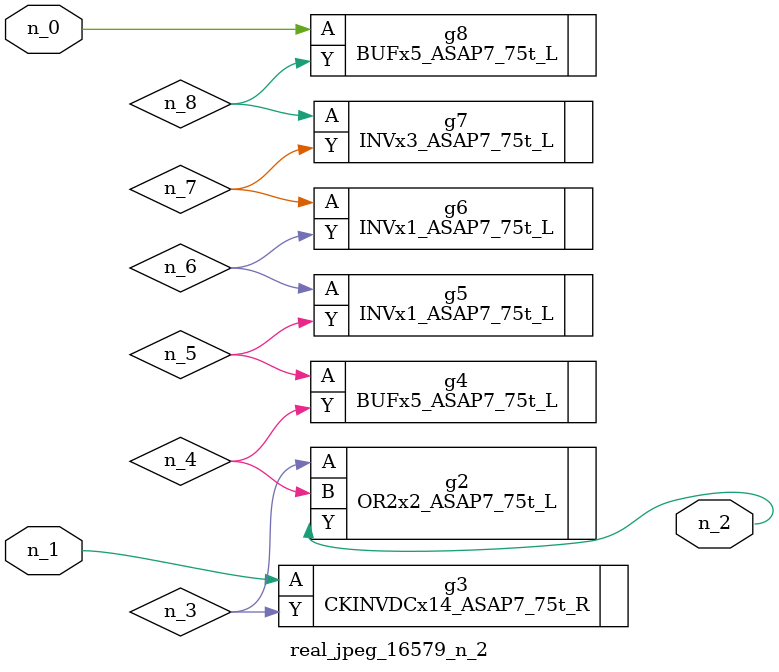
<source format=v>
module real_jpeg_16579_n_2 (n_1, n_0, n_2);

input n_1;
input n_0;

output n_2;

wire n_5;
wire n_4;
wire n_8;
wire n_6;
wire n_7;
wire n_3;

BUFx5_ASAP7_75t_L g8 ( 
.A(n_0),
.Y(n_8)
);

CKINVDCx14_ASAP7_75t_R g3 ( 
.A(n_1),
.Y(n_3)
);

OR2x2_ASAP7_75t_L g2 ( 
.A(n_3),
.B(n_4),
.Y(n_2)
);

BUFx5_ASAP7_75t_L g4 ( 
.A(n_5),
.Y(n_4)
);

INVx1_ASAP7_75t_L g5 ( 
.A(n_6),
.Y(n_5)
);

INVx1_ASAP7_75t_L g6 ( 
.A(n_7),
.Y(n_6)
);

INVx3_ASAP7_75t_L g7 ( 
.A(n_8),
.Y(n_7)
);


endmodule
</source>
